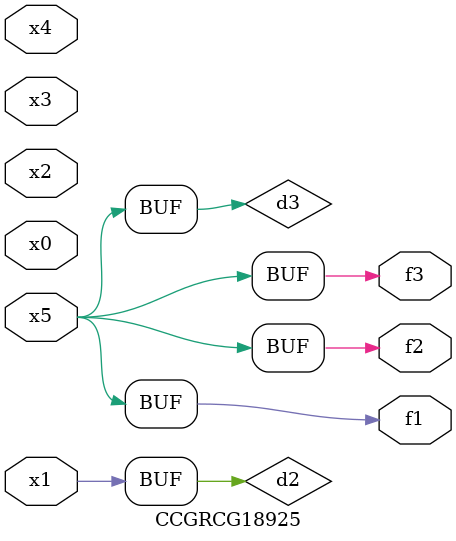
<source format=v>
module CCGRCG18925(
	input x0, x1, x2, x3, x4, x5,
	output f1, f2, f3
);

	wire d1, d2, d3;

	not (d1, x5);
	or (d2, x1);
	xnor (d3, d1);
	assign f1 = d3;
	assign f2 = d3;
	assign f3 = d3;
endmodule

</source>
